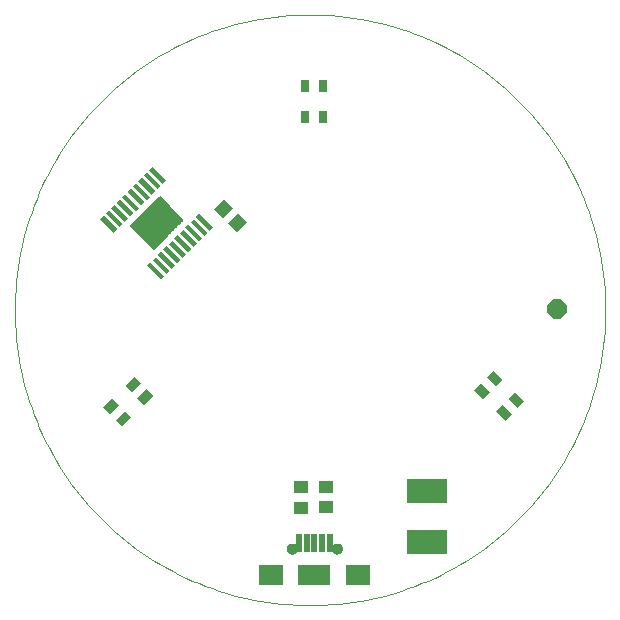
<source format=gbs>
G75*
%MOIN*%
%OFA0B0*%
%FSLAX24Y24*%
%IPPOS*%
%LPD*%
%AMOC8*
5,1,8,0,0,1.08239X$1,22.5*
%
%ADD10C,0.0000*%
%ADD11R,0.0158X0.0650*%
%ADD12C,0.0050*%
%ADD13R,0.0315X0.0433*%
%ADD14R,0.0434X0.0473*%
%ADD15OC8,0.0640*%
%ADD16R,0.0197X0.0591*%
%ADD17C,0.0375*%
%ADD18R,0.0787X0.0669*%
%ADD19R,0.1063X0.0669*%
%ADD20R,0.0473X0.0434*%
%ADD21R,0.1339X0.0839*%
D10*
X009175Y003001D02*
X009177Y003026D01*
X009183Y003051D01*
X009192Y003075D01*
X009205Y003097D01*
X009222Y003117D01*
X009241Y003134D01*
X009262Y003148D01*
X009286Y003158D01*
X009310Y003165D01*
X009336Y003168D01*
X009361Y003167D01*
X009386Y003162D01*
X009410Y003153D01*
X009433Y003141D01*
X009453Y003126D01*
X009471Y003107D01*
X009486Y003086D01*
X009497Y003063D01*
X009505Y003039D01*
X009509Y003014D01*
X009509Y002988D01*
X009505Y002963D01*
X009497Y002939D01*
X009486Y002916D01*
X009471Y002895D01*
X009453Y002876D01*
X009433Y002861D01*
X009410Y002849D01*
X009386Y002840D01*
X009361Y002835D01*
X009336Y002834D01*
X009310Y002837D01*
X009286Y002844D01*
X009262Y002854D01*
X009241Y002868D01*
X009222Y002885D01*
X009205Y002905D01*
X009192Y002927D01*
X009183Y002951D01*
X009177Y002976D01*
X009175Y003001D01*
X010671Y003001D02*
X010673Y003026D01*
X010679Y003051D01*
X010688Y003075D01*
X010701Y003097D01*
X010718Y003117D01*
X010737Y003134D01*
X010758Y003148D01*
X010782Y003158D01*
X010806Y003165D01*
X010832Y003168D01*
X010857Y003167D01*
X010882Y003162D01*
X010906Y003153D01*
X010929Y003141D01*
X010949Y003126D01*
X010967Y003107D01*
X010982Y003086D01*
X010993Y003063D01*
X011001Y003039D01*
X011005Y003014D01*
X011005Y002988D01*
X011001Y002963D01*
X010993Y002939D01*
X010982Y002916D01*
X010967Y002895D01*
X010949Y002876D01*
X010929Y002861D01*
X010906Y002849D01*
X010882Y002840D01*
X010857Y002835D01*
X010832Y002834D01*
X010806Y002837D01*
X010782Y002844D01*
X010758Y002854D01*
X010737Y002868D01*
X010718Y002885D01*
X010701Y002905D01*
X010688Y002927D01*
X010679Y002951D01*
X010673Y002976D01*
X010671Y003001D01*
X000100Y010957D02*
X000103Y011195D01*
X000111Y011433D01*
X000126Y011670D01*
X000146Y011907D01*
X000172Y012143D01*
X000203Y012379D01*
X000240Y012614D01*
X000283Y012848D01*
X000332Y013081D01*
X000386Y013313D01*
X000446Y013543D01*
X000511Y013772D01*
X000582Y013999D01*
X000658Y014224D01*
X000740Y014447D01*
X000827Y014669D01*
X000919Y014888D01*
X001017Y015105D01*
X001119Y015319D01*
X001227Y015531D01*
X001341Y015741D01*
X001459Y015947D01*
X001582Y016151D01*
X001710Y016351D01*
X001842Y016548D01*
X001980Y016743D01*
X002122Y016933D01*
X002269Y017121D01*
X002420Y017304D01*
X002575Y017484D01*
X002735Y017660D01*
X002899Y017832D01*
X003068Y018001D01*
X003240Y018165D01*
X003416Y018325D01*
X003596Y018480D01*
X003779Y018631D01*
X003967Y018778D01*
X004157Y018920D01*
X004352Y019058D01*
X004549Y019190D01*
X004749Y019318D01*
X004953Y019441D01*
X005159Y019559D01*
X005369Y019673D01*
X005581Y019781D01*
X005795Y019883D01*
X006012Y019981D01*
X006231Y020073D01*
X006453Y020160D01*
X006676Y020242D01*
X006901Y020318D01*
X007128Y020389D01*
X007357Y020454D01*
X007587Y020514D01*
X007819Y020568D01*
X008052Y020617D01*
X008286Y020660D01*
X008521Y020697D01*
X008757Y020728D01*
X008993Y020754D01*
X009230Y020774D01*
X009467Y020789D01*
X009705Y020797D01*
X009943Y020800D01*
X010181Y020797D01*
X010419Y020789D01*
X010656Y020774D01*
X010893Y020754D01*
X011129Y020728D01*
X011365Y020697D01*
X011600Y020660D01*
X011834Y020617D01*
X012067Y020568D01*
X012299Y020514D01*
X012529Y020454D01*
X012758Y020389D01*
X012985Y020318D01*
X013210Y020242D01*
X013433Y020160D01*
X013655Y020073D01*
X013874Y019981D01*
X014091Y019883D01*
X014305Y019781D01*
X014517Y019673D01*
X014727Y019559D01*
X014933Y019441D01*
X015137Y019318D01*
X015337Y019190D01*
X015534Y019058D01*
X015729Y018920D01*
X015919Y018778D01*
X016107Y018631D01*
X016290Y018480D01*
X016470Y018325D01*
X016646Y018165D01*
X016818Y018001D01*
X016987Y017832D01*
X017151Y017660D01*
X017311Y017484D01*
X017466Y017304D01*
X017617Y017121D01*
X017764Y016933D01*
X017906Y016743D01*
X018044Y016548D01*
X018176Y016351D01*
X018304Y016151D01*
X018427Y015947D01*
X018545Y015741D01*
X018659Y015531D01*
X018767Y015319D01*
X018869Y015105D01*
X018967Y014888D01*
X019059Y014669D01*
X019146Y014447D01*
X019228Y014224D01*
X019304Y013999D01*
X019375Y013772D01*
X019440Y013543D01*
X019500Y013313D01*
X019554Y013081D01*
X019603Y012848D01*
X019646Y012614D01*
X019683Y012379D01*
X019714Y012143D01*
X019740Y011907D01*
X019760Y011670D01*
X019775Y011433D01*
X019783Y011195D01*
X019786Y010957D01*
X019783Y010719D01*
X019775Y010481D01*
X019760Y010244D01*
X019740Y010007D01*
X019714Y009771D01*
X019683Y009535D01*
X019646Y009300D01*
X019603Y009066D01*
X019554Y008833D01*
X019500Y008601D01*
X019440Y008371D01*
X019375Y008142D01*
X019304Y007915D01*
X019228Y007690D01*
X019146Y007467D01*
X019059Y007245D01*
X018967Y007026D01*
X018869Y006809D01*
X018767Y006595D01*
X018659Y006383D01*
X018545Y006173D01*
X018427Y005967D01*
X018304Y005763D01*
X018176Y005563D01*
X018044Y005366D01*
X017906Y005171D01*
X017764Y004981D01*
X017617Y004793D01*
X017466Y004610D01*
X017311Y004430D01*
X017151Y004254D01*
X016987Y004082D01*
X016818Y003913D01*
X016646Y003749D01*
X016470Y003589D01*
X016290Y003434D01*
X016107Y003283D01*
X015919Y003136D01*
X015729Y002994D01*
X015534Y002856D01*
X015337Y002724D01*
X015137Y002596D01*
X014933Y002473D01*
X014727Y002355D01*
X014517Y002241D01*
X014305Y002133D01*
X014091Y002031D01*
X013874Y001933D01*
X013655Y001841D01*
X013433Y001754D01*
X013210Y001672D01*
X012985Y001596D01*
X012758Y001525D01*
X012529Y001460D01*
X012299Y001400D01*
X012067Y001346D01*
X011834Y001297D01*
X011600Y001254D01*
X011365Y001217D01*
X011129Y001186D01*
X010893Y001160D01*
X010656Y001140D01*
X010419Y001125D01*
X010181Y001117D01*
X009943Y001114D01*
X009705Y001117D01*
X009467Y001125D01*
X009230Y001140D01*
X008993Y001160D01*
X008757Y001186D01*
X008521Y001217D01*
X008286Y001254D01*
X008052Y001297D01*
X007819Y001346D01*
X007587Y001400D01*
X007357Y001460D01*
X007128Y001525D01*
X006901Y001596D01*
X006676Y001672D01*
X006453Y001754D01*
X006231Y001841D01*
X006012Y001933D01*
X005795Y002031D01*
X005581Y002133D01*
X005369Y002241D01*
X005159Y002355D01*
X004953Y002473D01*
X004749Y002596D01*
X004549Y002724D01*
X004352Y002856D01*
X004157Y002994D01*
X003967Y003136D01*
X003779Y003283D01*
X003596Y003434D01*
X003416Y003589D01*
X003240Y003749D01*
X003068Y003913D01*
X002899Y004082D01*
X002735Y004254D01*
X002575Y004430D01*
X002420Y004610D01*
X002269Y004793D01*
X002122Y004981D01*
X001980Y005171D01*
X001842Y005366D01*
X001710Y005563D01*
X001582Y005763D01*
X001459Y005967D01*
X001341Y006173D01*
X001227Y006383D01*
X001119Y006595D01*
X001017Y006809D01*
X000919Y007026D01*
X000827Y007245D01*
X000740Y007467D01*
X000658Y007690D01*
X000582Y007915D01*
X000511Y008142D01*
X000446Y008371D01*
X000386Y008601D01*
X000332Y008833D01*
X000283Y009066D01*
X000240Y009300D01*
X000203Y009535D01*
X000172Y009771D01*
X000146Y010007D01*
X000126Y010244D01*
X000111Y010481D01*
X000103Y010719D01*
X000100Y010957D01*
D11*
G36*
X003521Y013647D02*
X003409Y013535D01*
X002951Y013993D01*
X003063Y014105D01*
X003521Y013647D01*
G37*
G36*
X003702Y013828D02*
X003590Y013716D01*
X003132Y014174D01*
X003244Y014286D01*
X003702Y013828D01*
G37*
G36*
X003883Y014009D02*
X003771Y013897D01*
X003313Y014355D01*
X003425Y014467D01*
X003883Y014009D01*
G37*
G36*
X004064Y014190D02*
X003952Y014078D01*
X003494Y014536D01*
X003606Y014648D01*
X004064Y014190D01*
G37*
G36*
X004245Y014371D02*
X004133Y014259D01*
X003675Y014717D01*
X003787Y014829D01*
X004245Y014371D01*
G37*
G36*
X004426Y014552D02*
X004314Y014440D01*
X003856Y014898D01*
X003968Y015010D01*
X004426Y014552D01*
G37*
G36*
X004607Y014733D02*
X004495Y014621D01*
X004037Y015079D01*
X004149Y015191D01*
X004607Y014733D01*
G37*
G36*
X004788Y014914D02*
X004676Y014802D01*
X004218Y015260D01*
X004330Y015372D01*
X004788Y014914D01*
G37*
G36*
X004969Y015094D02*
X004857Y014982D01*
X004399Y015440D01*
X004511Y015552D01*
X004969Y015094D01*
G37*
G36*
X005150Y015275D02*
X005038Y015163D01*
X004580Y015621D01*
X004692Y015733D01*
X005150Y015275D01*
G37*
G36*
X006139Y014062D02*
X006251Y014174D01*
X006709Y013716D01*
X006597Y013604D01*
X006139Y014062D01*
G37*
G36*
X005958Y013881D02*
X006070Y013993D01*
X006528Y013535D01*
X006416Y013423D01*
X005958Y013881D01*
G37*
G36*
X005777Y013701D02*
X005889Y013813D01*
X006347Y013355D01*
X006235Y013243D01*
X005777Y013701D01*
G37*
G36*
X005596Y013520D02*
X005708Y013632D01*
X006166Y013174D01*
X006054Y013062D01*
X005596Y013520D01*
G37*
G36*
X005415Y013339D02*
X005527Y013451D01*
X005985Y012993D01*
X005873Y012881D01*
X005415Y013339D01*
G37*
G36*
X005234Y013158D02*
X005346Y013270D01*
X005804Y012812D01*
X005692Y012700D01*
X005234Y013158D01*
G37*
G36*
X005053Y012977D02*
X005165Y013089D01*
X005623Y012631D01*
X005511Y012519D01*
X005053Y012977D01*
G37*
G36*
X004872Y012796D02*
X004984Y012908D01*
X005442Y012450D01*
X005330Y012338D01*
X004872Y012796D01*
G37*
G36*
X004691Y012615D02*
X004803Y012727D01*
X005261Y012269D01*
X005149Y012157D01*
X004691Y012615D01*
G37*
G36*
X004510Y012434D02*
X004622Y012546D01*
X005080Y012088D01*
X004968Y011976D01*
X004510Y012434D01*
G37*
D12*
X004735Y012994D02*
X005690Y013949D01*
X004925Y014715D01*
X003970Y013760D01*
X004735Y012994D01*
X004733Y012997D02*
X004738Y012997D01*
X004787Y013046D02*
X004684Y013046D01*
X004636Y013094D02*
X004835Y013094D01*
X004884Y013143D02*
X004587Y013143D01*
X004539Y013191D02*
X004932Y013191D01*
X004981Y013240D02*
X004490Y013240D01*
X004442Y013288D02*
X005029Y013288D01*
X005078Y013337D02*
X004393Y013337D01*
X004345Y013385D02*
X005126Y013385D01*
X005175Y013434D02*
X004296Y013434D01*
X004248Y013482D02*
X005223Y013482D01*
X005272Y013531D02*
X004199Y013531D01*
X004151Y013579D02*
X005320Y013579D01*
X005369Y013628D02*
X004102Y013628D01*
X004054Y013676D02*
X005417Y013676D01*
X005466Y013725D02*
X004005Y013725D01*
X003983Y013773D02*
X005514Y013773D01*
X005563Y013822D02*
X004031Y013822D01*
X004080Y013870D02*
X005611Y013870D01*
X005660Y013919D02*
X004128Y013919D01*
X004177Y013967D02*
X005672Y013967D01*
X005624Y014016D02*
X004225Y014016D01*
X004274Y014064D02*
X005575Y014064D01*
X005527Y014113D02*
X004322Y014113D01*
X004371Y014161D02*
X005478Y014161D01*
X005430Y014210D02*
X004419Y014210D01*
X004468Y014258D02*
X005381Y014258D01*
X005333Y014307D02*
X004516Y014307D01*
X004565Y014355D02*
X005284Y014355D01*
X005236Y014404D02*
X004614Y014404D01*
X004662Y014452D02*
X005187Y014452D01*
X005139Y014501D02*
X004711Y014501D01*
X004759Y014549D02*
X005090Y014549D01*
X005042Y014598D02*
X004808Y014598D01*
X004856Y014646D02*
X004993Y014646D01*
X004945Y014695D02*
X004905Y014695D01*
D13*
G36*
X003686Y007071D02*
X003464Y007293D01*
X003768Y007597D01*
X003990Y007375D01*
X003686Y007071D01*
G37*
G36*
X003268Y007489D02*
X003046Y007711D01*
X003350Y008015D01*
X003572Y007793D01*
X003268Y007489D01*
G37*
G36*
X003992Y008212D02*
X003770Y008434D01*
X004074Y008738D01*
X004296Y008516D01*
X003992Y008212D01*
G37*
G36*
X004410Y007795D02*
X004188Y008017D01*
X004492Y008321D01*
X004714Y008099D01*
X004410Y007795D01*
G37*
X009785Y017403D03*
X010375Y017403D03*
X010375Y018426D03*
X009785Y018426D03*
G36*
X015834Y008716D02*
X016056Y008938D01*
X016360Y008634D01*
X016138Y008412D01*
X015834Y008716D01*
G37*
G36*
X015416Y008299D02*
X015638Y008521D01*
X015942Y008217D01*
X015720Y007995D01*
X015416Y008299D01*
G37*
G36*
X016140Y007575D02*
X016362Y007797D01*
X016666Y007493D01*
X016444Y007271D01*
X016140Y007575D01*
G37*
G36*
X016558Y007993D02*
X016780Y008215D01*
X017084Y007911D01*
X016862Y007689D01*
X016558Y007993D01*
G37*
D14*
G36*
X007524Y013548D02*
X007217Y013855D01*
X007550Y014188D01*
X007857Y013881D01*
X007524Y013548D01*
G37*
G36*
X007050Y014021D02*
X006743Y014328D01*
X007076Y014661D01*
X007383Y014354D01*
X007050Y014021D01*
G37*
D15*
X018170Y010995D03*
D16*
X010602Y003198D03*
X010346Y003198D03*
X010090Y003198D03*
X009834Y003198D03*
X009578Y003198D03*
D17*
X009342Y003001D03*
X010838Y003001D03*
D18*
X011540Y002135D03*
X008640Y002135D03*
D19*
X010090Y002135D03*
D20*
X009640Y004370D03*
X009640Y005039D03*
X010470Y005059D03*
X010470Y004390D03*
D21*
X013830Y004915D03*
X013830Y003214D03*
M02*

</source>
